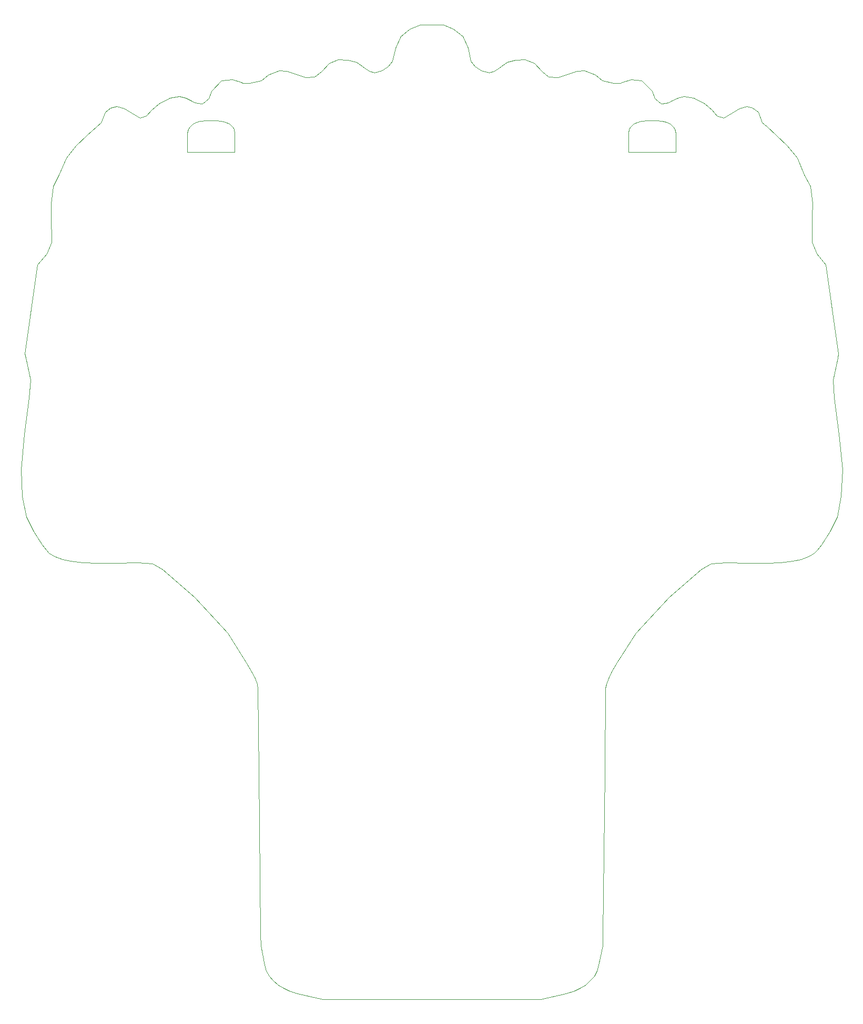
<source format=gm1>
G04 #@! TF.GenerationSoftware,KiCad,Pcbnew,7.0.10*
G04 #@! TF.CreationDate,2024-06-20T09:05:48-05:00*
G04 #@! TF.ProjectId,g0dzilla_vs_rear,6730647a-696c-46c6-915f-76735f726561,1*
G04 #@! TF.SameCoordinates,Original*
G04 #@! TF.FileFunction,Profile,NP*
%FSLAX46Y46*%
G04 Gerber Fmt 4.6, Leading zero omitted, Abs format (unit mm)*
G04 Created by KiCad (PCBNEW 7.0.10) date 2024-06-20 09:05:48*
%MOMM*%
%LPD*%
G01*
G04 APERTURE LIST*
G04 #@! TA.AperFunction,Profile*
%ADD10C,0.050000*%
G04 #@! TD*
G04 #@! TA.AperFunction,Profile*
%ADD11C,0.120000*%
G04 #@! TD*
G04 APERTURE END LIST*
D10*
X73169000Y-55716000D02*
X73296000Y-55081000D01*
X73169000Y-58789400D02*
X73169000Y-55716000D01*
X73296000Y-55081000D02*
X73550000Y-54700000D01*
X73550000Y-54700000D02*
X74058000Y-54192000D01*
X74058000Y-54192000D02*
X74693000Y-53938000D01*
X74693000Y-53938000D02*
X75201000Y-53811000D01*
X75201000Y-53811000D02*
X76217000Y-53684000D01*
X76979000Y-53684000D02*
X76217000Y-53684000D01*
X76979000Y-53684000D02*
X77741000Y-53684000D01*
X77741000Y-53684000D02*
X78630000Y-53811000D01*
X78630000Y-53811000D02*
X79265000Y-53938000D01*
X79265000Y-53938000D02*
X79900000Y-54192000D01*
X79900000Y-54192000D02*
X80408000Y-54700000D01*
X80408000Y-54700000D02*
X80662000Y-55081000D01*
X80662000Y-55081000D02*
X80789000Y-55716000D01*
X80789000Y-58789400D02*
X73169000Y-58789400D01*
X80789000Y-58789400D02*
X80789000Y-55716000D01*
D11*
X46370000Y-109830000D02*
X46920000Y-104140000D01*
X46570000Y-114160000D02*
X46370000Y-109830000D01*
X46920000Y-104140000D02*
X47680000Y-98340000D01*
X47130000Y-91870000D02*
X47000000Y-91220000D01*
X47230000Y-117460000D02*
X46570000Y-114160000D01*
X47680000Y-98340000D02*
X47910000Y-95390000D01*
X47910000Y-95390000D02*
X47130000Y-91870000D01*
X48420000Y-119820000D02*
X47230000Y-117460000D01*
X49020000Y-76910000D02*
X47000000Y-91220000D01*
X49020000Y-76910000D02*
X50520000Y-75120000D01*
X49740000Y-121940000D02*
X48420000Y-119820000D01*
X50440000Y-122820000D02*
X49740000Y-121940000D01*
X50520000Y-75120000D02*
X51290000Y-73270000D01*
X50910000Y-123310000D02*
X50440000Y-122820000D01*
X51190000Y-67090000D02*
X51510000Y-64310000D01*
X51250000Y-69100000D02*
X51190000Y-67090000D01*
X51290000Y-73270000D02*
X51250000Y-69100000D01*
X51510000Y-64310000D02*
X52500000Y-62450000D01*
X51740000Y-123810000D02*
X50910000Y-123310000D01*
X52500000Y-62450000D02*
X53670000Y-59690000D01*
X53040000Y-124320000D02*
X51740000Y-123810000D01*
X53670000Y-59690000D02*
X55200000Y-57790000D01*
X54350000Y-124580000D02*
X53040000Y-124320000D01*
X55200000Y-57790000D02*
X57000000Y-56020000D01*
X56340000Y-124790000D02*
X54350000Y-124580000D01*
X57000000Y-56020000D02*
X58560000Y-54660000D01*
X58560000Y-54660000D02*
X59290000Y-54050000D01*
X58670000Y-124910000D02*
X56340000Y-124790000D01*
X59290000Y-54050000D02*
X59920000Y-52360000D01*
X59920000Y-52360000D02*
X60810000Y-51640000D01*
X60810000Y-51640000D02*
X61770000Y-51440000D01*
X61620000Y-124880000D02*
X58670000Y-124910000D01*
X61770000Y-51440000D02*
X62980000Y-51730000D01*
X62980000Y-51730000D02*
X65510000Y-53270000D01*
X65100000Y-124790000D02*
X61620000Y-124880000D01*
X65510000Y-53270000D02*
X66570000Y-52960000D01*
X66570000Y-52960000D02*
X67360000Y-52040000D01*
X67360000Y-52040000D02*
X68540000Y-50980000D01*
X67530000Y-124990000D02*
X65100000Y-124790000D01*
X68540000Y-50980000D02*
X70350000Y-50020000D01*
X69150000Y-125890000D02*
X67530000Y-124990000D01*
X70350000Y-50020000D02*
X71900000Y-49830000D01*
X71900000Y-49830000D02*
X72890000Y-50070000D01*
X72890000Y-50070000D02*
X73910000Y-50560000D01*
X73910000Y-50560000D02*
X74340000Y-50840000D01*
X74300000Y-130360000D02*
X69150000Y-125890000D01*
X74340000Y-50840000D02*
X75420000Y-51020000D01*
X75420000Y-51020000D02*
X75570000Y-51000000D01*
X75570000Y-51000000D02*
X76590000Y-50120000D01*
X76590000Y-50120000D02*
X77020000Y-48960000D01*
X77020000Y-48960000D02*
X78660000Y-47290000D01*
X77620000Y-133940000D02*
X74300000Y-130360000D01*
X78660000Y-47290000D02*
X80420000Y-47060000D01*
X79620000Y-136180000D02*
X77620000Y-133940000D01*
X80420000Y-47060000D02*
X81770000Y-47540000D01*
X81770000Y-47540000D02*
X82150000Y-47680000D01*
X82150000Y-47680000D02*
X83170000Y-47690000D01*
X82650000Y-140920000D02*
X79620000Y-136180000D01*
X83170000Y-47690000D02*
X85050000Y-47230000D01*
X83480000Y-142320000D02*
X82650000Y-140920000D01*
X84050000Y-143480000D02*
X83480000Y-142320000D01*
X84390000Y-144340000D02*
X84050000Y-143480000D01*
X84500000Y-145020000D02*
X84390000Y-144340000D01*
X84650000Y-158490000D02*
X84500000Y-145020000D01*
X84920000Y-184630000D02*
X84650000Y-158490000D01*
X84990000Y-186420000D02*
X84920000Y-184630000D01*
X85050000Y-47230000D02*
X86160000Y-46290000D01*
X85600000Y-189570000D02*
X84990000Y-186420000D01*
X85870000Y-190480000D02*
X85600000Y-189570000D01*
X86160000Y-46290000D02*
X87930000Y-45660000D01*
X86310000Y-191340000D02*
X85870000Y-190480000D01*
X86950000Y-192060000D02*
X86310000Y-191340000D01*
X87750000Y-192760000D02*
X86950000Y-192060000D01*
X87930000Y-45660000D02*
X89120000Y-45700000D01*
X88710000Y-193340000D02*
X87750000Y-192760000D01*
X89120000Y-45700000D02*
X92190000Y-46790000D01*
X89550000Y-193710000D02*
X88710000Y-193340000D01*
X90870000Y-194160000D02*
X89550000Y-193710000D01*
X92190000Y-46790000D02*
X93650000Y-46650000D01*
X93650000Y-46650000D02*
X94690000Y-45780000D01*
X94690000Y-45780000D02*
X96000000Y-44500000D01*
X94970000Y-195080000D02*
X90870000Y-194160000D01*
X94970000Y-195080000D02*
X130015000Y-195080000D01*
X96000000Y-44500000D02*
X97460000Y-43830000D01*
X97460000Y-43830000D02*
X98980000Y-43930000D01*
X98980000Y-43930000D02*
X100400000Y-44280000D01*
X100400000Y-44280000D02*
X101650000Y-45210000D01*
X101650000Y-45210000D02*
X102440000Y-45770000D01*
X102440000Y-45770000D02*
X103280000Y-46000000D01*
X103280000Y-46000000D02*
X104510000Y-45630000D01*
X104510000Y-45630000D02*
X105520000Y-44970000D01*
X105520000Y-44970000D02*
X106190000Y-44120000D01*
X106190000Y-44120000D02*
X106630000Y-42040000D01*
X106630000Y-42040000D02*
X107500000Y-40180000D01*
X107500000Y-40180000D02*
X108980000Y-38930000D01*
X108980000Y-38930000D02*
X110610000Y-38270000D01*
X110610000Y-38270000D02*
X114375000Y-38270000D01*
X116005000Y-38930000D02*
X114375000Y-38270000D01*
X117485000Y-40180000D02*
X116005000Y-38930000D01*
X118355000Y-42040000D02*
X117485000Y-40180000D01*
X118795000Y-44120000D02*
X118355000Y-42040000D01*
X119465000Y-44970000D02*
X118795000Y-44120000D01*
X120475000Y-45630000D02*
X119465000Y-44970000D01*
X121705000Y-46000000D02*
X120475000Y-45630000D01*
X122545000Y-45770000D02*
X121705000Y-46000000D01*
X123335000Y-45210000D02*
X122545000Y-45770000D01*
X124585000Y-44280000D02*
X123335000Y-45210000D01*
X126005000Y-43930000D02*
X124585000Y-44280000D01*
X127525000Y-43830000D02*
X126005000Y-43930000D01*
X128985000Y-44500000D02*
X127525000Y-43830000D01*
X130015000Y-195080000D02*
X134115000Y-194160000D01*
X130295000Y-45780000D02*
X128985000Y-44500000D01*
X131335000Y-46650000D02*
X130295000Y-45780000D01*
X132795000Y-46790000D02*
X131335000Y-46650000D01*
X134115000Y-194160000D02*
X135435000Y-193710000D01*
X135435000Y-193710000D02*
X136275000Y-193340000D01*
X135865000Y-45700000D02*
X132795000Y-46790000D01*
X136275000Y-193340000D02*
X137235000Y-192760000D01*
X137055000Y-45660000D02*
X135865000Y-45700000D01*
X137235000Y-192760000D02*
X138035000Y-192060000D01*
X138035000Y-192060000D02*
X138675000Y-191340000D01*
X138675000Y-191340000D02*
X139115000Y-190480000D01*
X138825000Y-46290000D02*
X137055000Y-45660000D01*
X139115000Y-190480000D02*
X139385000Y-189570000D01*
X139385000Y-189570000D02*
X139995000Y-186420000D01*
X139935000Y-47230000D02*
X138825000Y-46290000D01*
X139995000Y-186420000D02*
X140065000Y-184630000D01*
X140065000Y-184630000D02*
X140335000Y-158490000D01*
X140335000Y-158490000D02*
X140485000Y-145020000D01*
X140485000Y-145020000D02*
X140595000Y-144340000D01*
X140595000Y-144340000D02*
X140935000Y-143480000D01*
X140935000Y-143480000D02*
X141505000Y-142320000D01*
X141505000Y-142320000D02*
X142335000Y-140920000D01*
X141815000Y-47690000D02*
X139935000Y-47230000D01*
X142335000Y-140920000D02*
X145365000Y-136180000D01*
X142835000Y-47680000D02*
X141815000Y-47690000D01*
X143215000Y-47540000D02*
X142835000Y-47680000D01*
X144565000Y-47060000D02*
X143215000Y-47540000D01*
X145365000Y-136180000D02*
X147365000Y-133940000D01*
X146325000Y-47290000D02*
X144565000Y-47060000D01*
X147365000Y-133940000D02*
X150685000Y-130360000D01*
X147965000Y-48960000D02*
X146325000Y-47290000D01*
X148395000Y-50120000D02*
X147965000Y-48960000D01*
X149415000Y-51000000D02*
X148395000Y-50120000D01*
X149565000Y-51020000D02*
X149415000Y-51000000D01*
X150645000Y-50840000D02*
X149565000Y-51020000D01*
X150685000Y-130360000D02*
X155835000Y-125890000D01*
X151075000Y-50560000D02*
X150645000Y-50840000D01*
X152095000Y-50070000D02*
X151075000Y-50560000D01*
X153085000Y-49830000D02*
X152095000Y-50070000D01*
X154635000Y-50020000D02*
X153085000Y-49830000D01*
X155835000Y-125890000D02*
X157455000Y-124990000D01*
X156445000Y-50980000D02*
X154635000Y-50020000D01*
X157455000Y-124990000D02*
X159885000Y-124790000D01*
X157625000Y-52040000D02*
X156445000Y-50980000D01*
X158415000Y-52960000D02*
X157625000Y-52040000D01*
X159475000Y-53270000D02*
X158415000Y-52960000D01*
X159885000Y-124790000D02*
X163365000Y-124880000D01*
X162005000Y-51730000D02*
X159475000Y-53270000D01*
X163215000Y-51440000D02*
X162005000Y-51730000D01*
X163365000Y-124880000D02*
X166315000Y-124910000D01*
X164175000Y-51640000D02*
X163215000Y-51440000D01*
X165065000Y-52360000D02*
X164175000Y-51640000D01*
X165695000Y-54050000D02*
X165065000Y-52360000D01*
X166315000Y-124910000D02*
X168645000Y-124790000D01*
X166425000Y-54660000D02*
X165695000Y-54050000D01*
X167985000Y-56020000D02*
X166425000Y-54660000D01*
X168645000Y-124790000D02*
X170635000Y-124580000D01*
X169785000Y-57790000D02*
X167985000Y-56020000D01*
X170635000Y-124580000D02*
X171945000Y-124320000D01*
X171315000Y-59690000D02*
X169785000Y-57790000D01*
X171945000Y-124320000D02*
X173245000Y-123810000D01*
X172485000Y-62450000D02*
X171315000Y-59690000D01*
X173245000Y-123810000D02*
X174075000Y-123310000D01*
X173475000Y-64310000D02*
X172485000Y-62450000D01*
X173695000Y-73270000D02*
X173735000Y-69100000D01*
X173735000Y-69100000D02*
X173795000Y-67090000D01*
X173795000Y-67090000D02*
X173475000Y-64310000D01*
X174075000Y-123310000D02*
X174545000Y-122820000D01*
X174465000Y-75120000D02*
X173695000Y-73270000D01*
X174545000Y-122820000D02*
X175245000Y-121940000D01*
X175245000Y-121940000D02*
X176565000Y-119820000D01*
X175965000Y-76910000D02*
X174465000Y-75120000D01*
X175965000Y-76910000D02*
X177985000Y-91220000D01*
X176565000Y-119820000D02*
X177755000Y-117460000D01*
X177075000Y-95390000D02*
X177855000Y-91870000D01*
X177305000Y-98340000D02*
X177075000Y-95390000D01*
X177755000Y-117460000D02*
X178415000Y-114160000D01*
X177855000Y-91870000D02*
X177985000Y-91220000D01*
X178065000Y-104140000D02*
X177305000Y-98340000D01*
X178415000Y-114160000D02*
X178615000Y-109830000D01*
X178615000Y-109830000D02*
X178065000Y-104140000D01*
D10*
X144169000Y-55716000D02*
X144296000Y-55081000D01*
X144169000Y-58789400D02*
X144169000Y-55716000D01*
X144296000Y-55081000D02*
X144550000Y-54700000D01*
X144550000Y-54700000D02*
X145058000Y-54192000D01*
X145058000Y-54192000D02*
X145693000Y-53938000D01*
X145693000Y-53938000D02*
X146201000Y-53811000D01*
X146201000Y-53811000D02*
X147217000Y-53684000D01*
X147979000Y-53684000D02*
X147217000Y-53684000D01*
X147979000Y-53684000D02*
X148741000Y-53684000D01*
X148741000Y-53684000D02*
X149630000Y-53811000D01*
X149630000Y-53811000D02*
X150265000Y-53938000D01*
X150265000Y-53938000D02*
X150900000Y-54192000D01*
X150900000Y-54192000D02*
X151408000Y-54700000D01*
X151408000Y-54700000D02*
X151662000Y-55081000D01*
X151662000Y-55081000D02*
X151789000Y-55716000D01*
X151789000Y-58789400D02*
X144169000Y-58789400D01*
X151789000Y-58789400D02*
X151789000Y-55716000D01*
M02*

</source>
